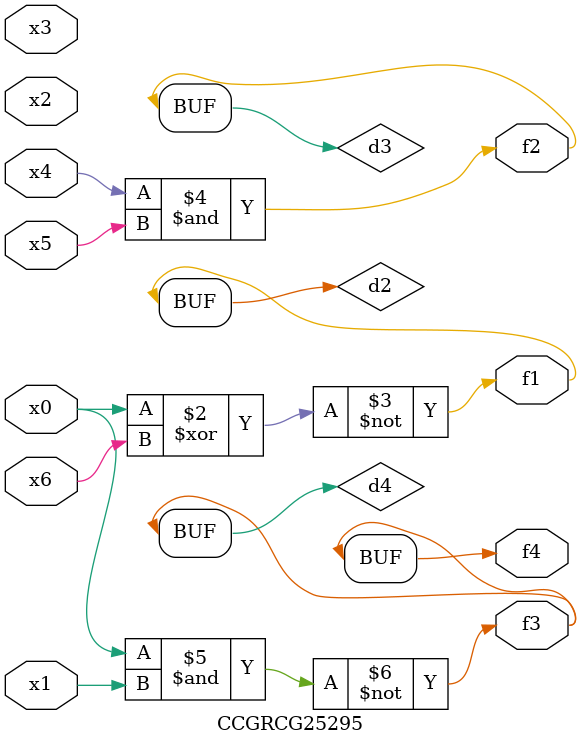
<source format=v>
module CCGRCG25295(
	input x0, x1, x2, x3, x4, x5, x6,
	output f1, f2, f3, f4
);

	wire d1, d2, d3, d4;

	nor (d1, x0);
	xnor (d2, x0, x6);
	and (d3, x4, x5);
	nand (d4, x0, x1);
	assign f1 = d2;
	assign f2 = d3;
	assign f3 = d4;
	assign f4 = d4;
endmodule

</source>
